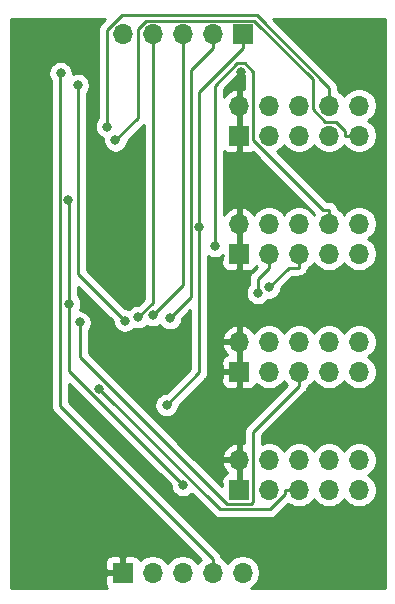
<source format=gbl>
%TF.GenerationSoftware,KiCad,Pcbnew,(5.1.6-0-10_14)*%
%TF.CreationDate,2020-09-10T14:25:20+09:00*%
%TF.ProjectId,qPCR-photo_mux_ADG706BRUZ-ND,71504352-2d70-4686-9f74-6f5f6d75785f,rev?*%
%TF.SameCoordinates,Original*%
%TF.FileFunction,Copper,L2,Bot*%
%TF.FilePolarity,Positive*%
%FSLAX46Y46*%
G04 Gerber Fmt 4.6, Leading zero omitted, Abs format (unit mm)*
G04 Created by KiCad (PCBNEW (5.1.6-0-10_14)) date 2020-09-10 14:25:20*
%MOMM*%
%LPD*%
G01*
G04 APERTURE LIST*
%TA.AperFunction,ComponentPad*%
%ADD10O,1.700000X1.700000*%
%TD*%
%TA.AperFunction,ComponentPad*%
%ADD11R,1.700000X1.700000*%
%TD*%
%TA.AperFunction,ViaPad*%
%ADD12C,0.800000*%
%TD*%
%TA.AperFunction,Conductor*%
%ADD13C,0.250000*%
%TD*%
%TA.AperFunction,Conductor*%
%ADD14C,0.254000*%
%TD*%
G04 APERTURE END LIST*
D10*
%TO.P,J1,5*%
%TO.N,PD_MUX_OUT*%
X103298000Y-110000000D03*
%TO.P,J1,4*%
%TO.N,VCC_LOGIC*%
X100758000Y-110000000D03*
%TO.P,J1,3*%
%TO.N,-10V*%
X98218000Y-110000000D03*
%TO.P,J1,2*%
%TO.N,+10V*%
X95678000Y-110000000D03*
D11*
%TO.P,J1,1*%
%TO.N,GND*%
X93138000Y-110000000D03*
%TD*%
%TO.P,J2,1*%
%TO.N,ADDRESSA3*%
X103298000Y-64440000D03*
D10*
%TO.P,J2,2*%
%TO.N,ADDRESSA2*%
X100758000Y-64440000D03*
%TO.P,J2,3*%
%TO.N,ADDRESSA1*%
X98218000Y-64440000D03*
%TO.P,J2,4*%
%TO.N,ADDRESSA0*%
X95678000Y-64440000D03*
%TO.P,J2,5*%
%TO.N,MUX_SELECT*%
X93138000Y-64440000D03*
%TD*%
%TO.P,N_PD1,10*%
%TO.N,N_PD1_OUT1*%
X113160000Y-70460000D03*
%TO.P,N_PD1,9*%
%TO.N,N_PD1_OUT2*%
X113160000Y-73000000D03*
%TO.P,N_PD1,8*%
%TO.N,N_PD1_OUT3*%
X110620000Y-70460000D03*
%TO.P,N_PD1,7*%
%TO.N,N_PD1_OUT4*%
X110620000Y-73000000D03*
%TO.P,N_PD1,6*%
%TO.N,N_PD1_OUT5*%
X108080000Y-70460000D03*
%TO.P,N_PD1,5*%
%TO.N,N_PD1_OUT6*%
X108080000Y-73000000D03*
%TO.P,N_PD1,4*%
%TO.N,N_PD1_OUT7*%
X105540000Y-70460000D03*
%TO.P,N_PD1,3*%
%TO.N,N_PD1_OUT8*%
X105540000Y-73000000D03*
%TO.P,N_PD1,2*%
%TO.N,GND*%
X103000000Y-70460000D03*
D11*
%TO.P,N_PD1,1*%
X103000000Y-73000000D03*
%TD*%
%TO.P,N_PD2,1*%
%TO.N,GND*%
X103000000Y-83000000D03*
D10*
%TO.P,N_PD2,2*%
X103000000Y-80460000D03*
%TO.P,N_PD2,3*%
%TO.N,N_PD1_OUT16*%
X105540000Y-83000000D03*
%TO.P,N_PD2,4*%
%TO.N,N_PD1_OUT15*%
X105540000Y-80460000D03*
%TO.P,N_PD2,5*%
%TO.N,N_PD1_OUT14*%
X108080000Y-83000000D03*
%TO.P,N_PD2,6*%
%TO.N,N_PD1_OUT13*%
X108080000Y-80460000D03*
%TO.P,N_PD2,7*%
%TO.N,N_PD1_OUT12*%
X110620000Y-83000000D03*
%TO.P,N_PD2,8*%
%TO.N,N_PD1_OUT10*%
X110620000Y-80460000D03*
%TO.P,N_PD2,9*%
%TO.N,N_PD1_OUT11*%
X113160000Y-83000000D03*
%TO.P,N_PD2,10*%
%TO.N,N_PD1_OUT9*%
X113160000Y-80460000D03*
%TD*%
D11*
%TO.P,S_PD1,1*%
%TO.N,GND*%
X103000000Y-93000000D03*
D10*
%TO.P,S_PD1,2*%
X103000000Y-90460000D03*
%TO.P,S_PD1,3*%
%TO.N,S_PD1_OUT8*%
X105540000Y-93000000D03*
%TO.P,S_PD1,4*%
%TO.N,S_PD1_OUT7*%
X105540000Y-90460000D03*
%TO.P,S_PD1,5*%
%TO.N,S_PD1_OUT6*%
X108080000Y-93000000D03*
%TO.P,S_PD1,6*%
%TO.N,S_PD1_OUT5*%
X108080000Y-90460000D03*
%TO.P,S_PD1,7*%
%TO.N,S_PD1_OUT4*%
X110620000Y-93000000D03*
%TO.P,S_PD1,8*%
%TO.N,S_PD1_OUT3*%
X110620000Y-90460000D03*
%TO.P,S_PD1,9*%
%TO.N,S_PD1_OUT2*%
X113160000Y-93000000D03*
%TO.P,S_PD1,10*%
%TO.N,S_PD1_OUT1*%
X113160000Y-90460000D03*
%TD*%
%TO.P,S_PD2,10*%
%TO.N,S_PD1_OUT9*%
X113160000Y-100460000D03*
%TO.P,S_PD2,9*%
%TO.N,S_PD1_OUT11*%
X113160000Y-103000000D03*
%TO.P,S_PD2,8*%
%TO.N,S_PD1_OUT10*%
X110620000Y-100460000D03*
%TO.P,S_PD2,7*%
%TO.N,S_PD1_OUT12*%
X110620000Y-103000000D03*
%TO.P,S_PD2,6*%
%TO.N,S_PD1_OUT13*%
X108080000Y-100460000D03*
%TO.P,S_PD2,5*%
%TO.N,S_PD1_OUT14*%
X108080000Y-103000000D03*
%TO.P,S_PD2,4*%
%TO.N,S_PD1_OUT15*%
X105540000Y-100460000D03*
%TO.P,S_PD2,3*%
%TO.N,S_PD1_OUT16*%
X105540000Y-103000000D03*
%TO.P,S_PD2,2*%
%TO.N,GND*%
X103000000Y-100460000D03*
D11*
%TO.P,S_PD2,1*%
X103000000Y-103000000D03*
%TD*%
D12*
%TO.N,GND*%
X103181400Y-67624900D03*
X103000000Y-96701900D03*
%TO.N,VCC_LOGIC*%
X87891900Y-67719600D03*
%TO.N,ADDRESSA3*%
X96865000Y-95819400D03*
X99636300Y-80775000D03*
%TO.N,ADDRESSA2*%
X97135000Y-88460600D03*
%TO.N,ADDRESSA1*%
X95714600Y-88193700D03*
%TO.N,ADDRESSA0*%
X94454000Y-88364500D03*
%TO.N,/VSS*%
X98245000Y-102576800D03*
X88617200Y-87245000D03*
X88553300Y-78481300D03*
%TO.N,N_PD1_OUT2*%
X92537900Y-73418400D03*
%TO.N,N_PD1_OUT3*%
X91817500Y-72239900D03*
%TO.N,N_PD1_OUT16*%
X104588100Y-86320400D03*
%TO.N,N_PD1_OUT14*%
X105530600Y-85848300D03*
%TO.N,N_PD1_OUT10*%
X100966800Y-82334100D03*
%TO.N,S_PD1_OUT6*%
X89508500Y-88820500D03*
%TO.N,S_PD1_OUT14*%
X91177900Y-94433600D03*
%TO.N,/MUX_SELECT_INV*%
X93327300Y-88670000D03*
X89342500Y-68729900D03*
%TD*%
D13*
%TO.N,GND*%
X103000000Y-96701900D02*
X103000000Y-100460000D01*
X103000000Y-93000000D02*
X103000000Y-96701900D01*
X103000000Y-70460000D02*
X103000000Y-69284700D01*
X103000000Y-69284700D02*
X103181400Y-69103300D01*
X103181400Y-69103300D02*
X103181400Y-67624900D01*
X103000000Y-73000000D02*
X103000000Y-70460000D01*
X103000000Y-90460000D02*
X103000000Y-93000000D01*
X103000000Y-83000000D02*
X103000000Y-90460000D01*
X103000000Y-80460000D02*
X103000000Y-74175300D01*
X103000000Y-83000000D02*
X103000000Y-80460000D01*
X103000000Y-73000000D02*
X103000000Y-74175300D01*
X103000000Y-103000000D02*
X103000000Y-100460000D01*
%TO.N,VCC_LOGIC*%
X87891900Y-67719600D02*
X87828000Y-67783500D01*
X87828000Y-67783500D02*
X87828000Y-95894700D01*
X87828000Y-95894700D02*
X100758000Y-108824700D01*
X100758000Y-110000000D02*
X100758000Y-108824700D01*
%TO.N,ADDRESSA3*%
X96865000Y-95819400D02*
X99636300Y-93048100D01*
X99636300Y-93048100D02*
X99636300Y-80775000D01*
X103298000Y-65615300D02*
X99636300Y-69277000D01*
X99636300Y-69277000D02*
X99636300Y-80775000D01*
X103298000Y-64440000D02*
X103298000Y-65615300D01*
%TO.N,ADDRESSA2*%
X100758000Y-64440000D02*
X100758000Y-65615300D01*
X100758000Y-65615300D02*
X98910900Y-67462400D01*
X98910900Y-67462400D02*
X98910900Y-86684700D01*
X98910900Y-86684700D02*
X97135000Y-88460600D01*
%TO.N,ADDRESSA1*%
X98218000Y-65615300D02*
X98218000Y-85690300D01*
X98218000Y-85690300D02*
X95714600Y-88193700D01*
X98218000Y-64440000D02*
X98218000Y-65615300D01*
%TO.N,ADDRESSA0*%
X95678000Y-64440000D02*
X95678000Y-87140500D01*
X95678000Y-87140500D02*
X94454000Y-88364500D01*
%TO.N,/VSS*%
X88617200Y-87245000D02*
X88617200Y-78545200D01*
X88617200Y-78545200D02*
X88553300Y-78481300D01*
X88617200Y-87245000D02*
X88617200Y-92949000D01*
X88617200Y-92949000D02*
X98245000Y-102576800D01*
%TO.N,N_PD1_OUT2*%
X92537900Y-73418400D02*
X94408000Y-71548300D01*
X94408000Y-71548300D02*
X94408000Y-63968700D01*
X94408000Y-63968700D02*
X95112100Y-63264600D01*
X95112100Y-63264600D02*
X104298700Y-63264600D01*
X104298700Y-63264600D02*
X109264800Y-68230700D01*
X109264800Y-68230700D02*
X109264800Y-70780400D01*
X109264800Y-70780400D02*
X110309100Y-71824700D01*
X110309100Y-71824700D02*
X111176800Y-71824700D01*
X111176800Y-71824700D02*
X111984700Y-72632600D01*
X111984700Y-72632600D02*
X111984700Y-73000000D01*
X113160000Y-73000000D02*
X111984700Y-73000000D01*
%TO.N,N_PD1_OUT3*%
X110620000Y-70460000D02*
X110620000Y-68949000D01*
X110620000Y-68949000D02*
X104480400Y-62809400D01*
X104480400Y-62809400D02*
X93078200Y-62809400D01*
X93078200Y-62809400D02*
X91817500Y-64070100D01*
X91817500Y-64070100D02*
X91817500Y-72239900D01*
%TO.N,N_PD1_OUT16*%
X105540000Y-84175300D02*
X104588100Y-85127200D01*
X104588100Y-85127200D02*
X104588100Y-86320400D01*
X105540000Y-83000000D02*
X105540000Y-84175300D01*
%TO.N,N_PD1_OUT14*%
X108080000Y-84175300D02*
X107203600Y-84175300D01*
X107203600Y-84175300D02*
X105530600Y-85848300D01*
X108080000Y-83000000D02*
X108080000Y-84175300D01*
%TO.N,N_PD1_OUT10*%
X110620000Y-79284700D02*
X110105800Y-79284700D01*
X110105800Y-79284700D02*
X104175400Y-73354300D01*
X104175400Y-73354300D02*
X104175400Y-67593100D01*
X104175400Y-67593100D02*
X103469500Y-66887200D01*
X103469500Y-66887200D02*
X102861300Y-66887200D01*
X102861300Y-66887200D02*
X100966800Y-68781700D01*
X100966800Y-68781700D02*
X100966800Y-82334100D01*
X110620000Y-80460000D02*
X110620000Y-79284700D01*
%TO.N,S_PD1_OUT6*%
X108080000Y-94175300D02*
X104175400Y-98079900D01*
X104175400Y-98079900D02*
X104175400Y-104055400D01*
X104175400Y-104055400D02*
X104052000Y-104178800D01*
X104052000Y-104178800D02*
X101972600Y-104178800D01*
X101972600Y-104178800D02*
X89508500Y-91714700D01*
X89508500Y-91714700D02*
X89508500Y-88820500D01*
X108080000Y-93000000D02*
X108080000Y-94175300D01*
%TO.N,S_PD1_OUT14*%
X106904700Y-103000000D02*
X106904700Y-103367300D01*
X106904700Y-103367300D02*
X105629900Y-104642100D01*
X105629900Y-104642100D02*
X101386400Y-104642100D01*
X101386400Y-104642100D02*
X91177900Y-94433600D01*
X108080000Y-103000000D02*
X106904700Y-103000000D01*
%TO.N,/MUX_SELECT_INV*%
X93327300Y-88670000D02*
X89342500Y-84685200D01*
X89342500Y-84685200D02*
X89342500Y-68729900D01*
%TD*%
D14*
%TO.N,GND*%
G36*
X91306503Y-63506296D02*
G01*
X91277499Y-63530099D01*
X91245246Y-63569400D01*
X91182526Y-63645824D01*
X91135152Y-63734454D01*
X91111954Y-63777854D01*
X91068497Y-63921115D01*
X91057500Y-64032768D01*
X91057500Y-64032778D01*
X91053824Y-64070100D01*
X91057500Y-64107422D01*
X91057501Y-71536188D01*
X91013563Y-71580126D01*
X90900295Y-71749644D01*
X90822274Y-71938002D01*
X90782500Y-72137961D01*
X90782500Y-72341839D01*
X90822274Y-72541798D01*
X90900295Y-72730156D01*
X91013563Y-72899674D01*
X91157726Y-73043837D01*
X91327244Y-73157105D01*
X91515602Y-73235126D01*
X91518946Y-73235791D01*
X91502900Y-73316461D01*
X91502900Y-73520339D01*
X91542674Y-73720298D01*
X91620695Y-73908656D01*
X91733963Y-74078174D01*
X91878126Y-74222337D01*
X92047644Y-74335605D01*
X92236002Y-74413626D01*
X92435961Y-74453400D01*
X92639839Y-74453400D01*
X92839798Y-74413626D01*
X93028156Y-74335605D01*
X93197674Y-74222337D01*
X93341837Y-74078174D01*
X93455105Y-73908656D01*
X93533126Y-73720298D01*
X93572900Y-73520339D01*
X93572900Y-73458201D01*
X94918000Y-72113102D01*
X94918001Y-86825696D01*
X94414198Y-87329500D01*
X94352061Y-87329500D01*
X94152102Y-87369274D01*
X93963744Y-87447295D01*
X93794226Y-87560563D01*
X93665131Y-87689658D01*
X93629198Y-87674774D01*
X93429239Y-87635000D01*
X93367102Y-87635000D01*
X90102500Y-84370399D01*
X90102500Y-69433611D01*
X90146437Y-69389674D01*
X90259705Y-69220156D01*
X90337726Y-69031798D01*
X90377500Y-68831839D01*
X90377500Y-68627961D01*
X90337726Y-68428002D01*
X90259705Y-68239644D01*
X90146437Y-68070126D01*
X90002274Y-67925963D01*
X89832756Y-67812695D01*
X89644398Y-67734674D01*
X89444439Y-67694900D01*
X89240561Y-67694900D01*
X89040602Y-67734674D01*
X88926900Y-67781771D01*
X88926900Y-67617661D01*
X88887126Y-67417702D01*
X88809105Y-67229344D01*
X88695837Y-67059826D01*
X88551674Y-66915663D01*
X88382156Y-66802395D01*
X88193798Y-66724374D01*
X87993839Y-66684600D01*
X87789961Y-66684600D01*
X87590002Y-66724374D01*
X87401644Y-66802395D01*
X87232126Y-66915663D01*
X87087963Y-67059826D01*
X86974695Y-67229344D01*
X86896674Y-67417702D01*
X86856900Y-67617661D01*
X86856900Y-67821539D01*
X86896674Y-68021498D01*
X86974695Y-68209856D01*
X87068000Y-68349497D01*
X87068001Y-95857367D01*
X87064324Y-95894700D01*
X87078998Y-96043685D01*
X87122454Y-96186946D01*
X87193026Y-96318976D01*
X87245733Y-96383199D01*
X87288000Y-96434701D01*
X87316998Y-96458499D01*
X99758196Y-108899697D01*
X99604525Y-109053368D01*
X99488000Y-109227760D01*
X99371475Y-109053368D01*
X99164632Y-108846525D01*
X98921411Y-108684010D01*
X98651158Y-108572068D01*
X98364260Y-108515000D01*
X98071740Y-108515000D01*
X97784842Y-108572068D01*
X97514589Y-108684010D01*
X97271368Y-108846525D01*
X97064525Y-109053368D01*
X96948000Y-109227760D01*
X96831475Y-109053368D01*
X96624632Y-108846525D01*
X96381411Y-108684010D01*
X96111158Y-108572068D01*
X95824260Y-108515000D01*
X95531740Y-108515000D01*
X95244842Y-108572068D01*
X94974589Y-108684010D01*
X94731368Y-108846525D01*
X94599513Y-108978380D01*
X94577502Y-108905820D01*
X94518537Y-108795506D01*
X94439185Y-108698815D01*
X94342494Y-108619463D01*
X94232180Y-108560498D01*
X94112482Y-108524188D01*
X93988000Y-108511928D01*
X93423750Y-108515000D01*
X93265000Y-108673750D01*
X93265000Y-109873000D01*
X93285000Y-109873000D01*
X93285000Y-110127000D01*
X93265000Y-110127000D01*
X93265000Y-110147000D01*
X93011000Y-110147000D01*
X93011000Y-110127000D01*
X91811750Y-110127000D01*
X91653000Y-110285750D01*
X91649928Y-110850000D01*
X91662188Y-110974482D01*
X91698498Y-111094180D01*
X91757463Y-111204494D01*
X91836815Y-111301185D01*
X91853649Y-111315000D01*
X83685000Y-111315000D01*
X83685000Y-109150000D01*
X91649928Y-109150000D01*
X91653000Y-109714250D01*
X91811750Y-109873000D01*
X93011000Y-109873000D01*
X93011000Y-108673750D01*
X92852250Y-108515000D01*
X92288000Y-108511928D01*
X92163518Y-108524188D01*
X92043820Y-108560498D01*
X91933506Y-108619463D01*
X91836815Y-108698815D01*
X91757463Y-108795506D01*
X91698498Y-108905820D01*
X91662188Y-109025518D01*
X91649928Y-109150000D01*
X83685000Y-109150000D01*
X83685000Y-63125000D01*
X91687799Y-63125000D01*
X91306503Y-63506296D01*
G37*
X91306503Y-63506296D02*
X91277499Y-63530099D01*
X91245246Y-63569400D01*
X91182526Y-63645824D01*
X91135152Y-63734454D01*
X91111954Y-63777854D01*
X91068497Y-63921115D01*
X91057500Y-64032768D01*
X91057500Y-64032778D01*
X91053824Y-64070100D01*
X91057500Y-64107422D01*
X91057501Y-71536188D01*
X91013563Y-71580126D01*
X90900295Y-71749644D01*
X90822274Y-71938002D01*
X90782500Y-72137961D01*
X90782500Y-72341839D01*
X90822274Y-72541798D01*
X90900295Y-72730156D01*
X91013563Y-72899674D01*
X91157726Y-73043837D01*
X91327244Y-73157105D01*
X91515602Y-73235126D01*
X91518946Y-73235791D01*
X91502900Y-73316461D01*
X91502900Y-73520339D01*
X91542674Y-73720298D01*
X91620695Y-73908656D01*
X91733963Y-74078174D01*
X91878126Y-74222337D01*
X92047644Y-74335605D01*
X92236002Y-74413626D01*
X92435961Y-74453400D01*
X92639839Y-74453400D01*
X92839798Y-74413626D01*
X93028156Y-74335605D01*
X93197674Y-74222337D01*
X93341837Y-74078174D01*
X93455105Y-73908656D01*
X93533126Y-73720298D01*
X93572900Y-73520339D01*
X93572900Y-73458201D01*
X94918000Y-72113102D01*
X94918001Y-86825696D01*
X94414198Y-87329500D01*
X94352061Y-87329500D01*
X94152102Y-87369274D01*
X93963744Y-87447295D01*
X93794226Y-87560563D01*
X93665131Y-87689658D01*
X93629198Y-87674774D01*
X93429239Y-87635000D01*
X93367102Y-87635000D01*
X90102500Y-84370399D01*
X90102500Y-69433611D01*
X90146437Y-69389674D01*
X90259705Y-69220156D01*
X90337726Y-69031798D01*
X90377500Y-68831839D01*
X90377500Y-68627961D01*
X90337726Y-68428002D01*
X90259705Y-68239644D01*
X90146437Y-68070126D01*
X90002274Y-67925963D01*
X89832756Y-67812695D01*
X89644398Y-67734674D01*
X89444439Y-67694900D01*
X89240561Y-67694900D01*
X89040602Y-67734674D01*
X88926900Y-67781771D01*
X88926900Y-67617661D01*
X88887126Y-67417702D01*
X88809105Y-67229344D01*
X88695837Y-67059826D01*
X88551674Y-66915663D01*
X88382156Y-66802395D01*
X88193798Y-66724374D01*
X87993839Y-66684600D01*
X87789961Y-66684600D01*
X87590002Y-66724374D01*
X87401644Y-66802395D01*
X87232126Y-66915663D01*
X87087963Y-67059826D01*
X86974695Y-67229344D01*
X86896674Y-67417702D01*
X86856900Y-67617661D01*
X86856900Y-67821539D01*
X86896674Y-68021498D01*
X86974695Y-68209856D01*
X87068000Y-68349497D01*
X87068001Y-95857367D01*
X87064324Y-95894700D01*
X87078998Y-96043685D01*
X87122454Y-96186946D01*
X87193026Y-96318976D01*
X87245733Y-96383199D01*
X87288000Y-96434701D01*
X87316998Y-96458499D01*
X99758196Y-108899697D01*
X99604525Y-109053368D01*
X99488000Y-109227760D01*
X99371475Y-109053368D01*
X99164632Y-108846525D01*
X98921411Y-108684010D01*
X98651158Y-108572068D01*
X98364260Y-108515000D01*
X98071740Y-108515000D01*
X97784842Y-108572068D01*
X97514589Y-108684010D01*
X97271368Y-108846525D01*
X97064525Y-109053368D01*
X96948000Y-109227760D01*
X96831475Y-109053368D01*
X96624632Y-108846525D01*
X96381411Y-108684010D01*
X96111158Y-108572068D01*
X95824260Y-108515000D01*
X95531740Y-108515000D01*
X95244842Y-108572068D01*
X94974589Y-108684010D01*
X94731368Y-108846525D01*
X94599513Y-108978380D01*
X94577502Y-108905820D01*
X94518537Y-108795506D01*
X94439185Y-108698815D01*
X94342494Y-108619463D01*
X94232180Y-108560498D01*
X94112482Y-108524188D01*
X93988000Y-108511928D01*
X93423750Y-108515000D01*
X93265000Y-108673750D01*
X93265000Y-109873000D01*
X93285000Y-109873000D01*
X93285000Y-110127000D01*
X93265000Y-110127000D01*
X93265000Y-110147000D01*
X93011000Y-110147000D01*
X93011000Y-110127000D01*
X91811750Y-110127000D01*
X91653000Y-110285750D01*
X91649928Y-110850000D01*
X91662188Y-110974482D01*
X91698498Y-111094180D01*
X91757463Y-111204494D01*
X91836815Y-111301185D01*
X91853649Y-111315000D01*
X83685000Y-111315000D01*
X83685000Y-109150000D01*
X91649928Y-109150000D01*
X91653000Y-109714250D01*
X91811750Y-109873000D01*
X93011000Y-109873000D01*
X93011000Y-108673750D01*
X92852250Y-108515000D01*
X92288000Y-108511928D01*
X92163518Y-108524188D01*
X92043820Y-108560498D01*
X91933506Y-108619463D01*
X91836815Y-108698815D01*
X91757463Y-108795506D01*
X91698498Y-108905820D01*
X91662188Y-109025518D01*
X91649928Y-109150000D01*
X83685000Y-109150000D01*
X83685000Y-63125000D01*
X91687799Y-63125000D01*
X91306503Y-63506296D01*
G36*
X115315001Y-111315000D02*
G01*
X104002893Y-111315000D01*
X104244632Y-111153475D01*
X104451475Y-110946632D01*
X104613990Y-110703411D01*
X104725932Y-110433158D01*
X104783000Y-110146260D01*
X104783000Y-109853740D01*
X104725932Y-109566842D01*
X104613990Y-109296589D01*
X104451475Y-109053368D01*
X104244632Y-108846525D01*
X104001411Y-108684010D01*
X103731158Y-108572068D01*
X103444260Y-108515000D01*
X103151740Y-108515000D01*
X102864842Y-108572068D01*
X102594589Y-108684010D01*
X102351368Y-108846525D01*
X102144525Y-109053368D01*
X102028000Y-109227760D01*
X101911475Y-109053368D01*
X101704632Y-108846525D01*
X101511089Y-108717204D01*
X101507003Y-108675714D01*
X101463546Y-108532453D01*
X101392974Y-108400424D01*
X101298001Y-108284699D01*
X101269003Y-108260901D01*
X88588000Y-95579899D01*
X88588000Y-93994601D01*
X97210000Y-102616602D01*
X97210000Y-102678739D01*
X97249774Y-102878698D01*
X97327795Y-103067056D01*
X97441063Y-103236574D01*
X97585226Y-103380737D01*
X97754744Y-103494005D01*
X97943102Y-103572026D01*
X98143061Y-103611800D01*
X98346939Y-103611800D01*
X98546898Y-103572026D01*
X98735256Y-103494005D01*
X98904774Y-103380737D01*
X98977505Y-103308006D01*
X100822601Y-105153103D01*
X100846399Y-105182101D01*
X100875397Y-105205899D01*
X100962123Y-105277074D01*
X101094153Y-105347646D01*
X101237414Y-105391103D01*
X101349067Y-105402100D01*
X101349076Y-105402100D01*
X101386399Y-105405776D01*
X101423722Y-105402100D01*
X105592578Y-105402100D01*
X105629900Y-105405776D01*
X105667222Y-105402100D01*
X105667233Y-105402100D01*
X105778886Y-105391103D01*
X105922147Y-105347646D01*
X106054176Y-105277074D01*
X106169901Y-105182101D01*
X106193703Y-105153098D01*
X107169311Y-104177491D01*
X107376589Y-104315990D01*
X107646842Y-104427932D01*
X107933740Y-104485000D01*
X108226260Y-104485000D01*
X108513158Y-104427932D01*
X108783411Y-104315990D01*
X109026632Y-104153475D01*
X109233475Y-103946632D01*
X109350000Y-103772240D01*
X109466525Y-103946632D01*
X109673368Y-104153475D01*
X109916589Y-104315990D01*
X110186842Y-104427932D01*
X110473740Y-104485000D01*
X110766260Y-104485000D01*
X111053158Y-104427932D01*
X111323411Y-104315990D01*
X111566632Y-104153475D01*
X111773475Y-103946632D01*
X111890000Y-103772240D01*
X112006525Y-103946632D01*
X112213368Y-104153475D01*
X112456589Y-104315990D01*
X112726842Y-104427932D01*
X113013740Y-104485000D01*
X113306260Y-104485000D01*
X113593158Y-104427932D01*
X113863411Y-104315990D01*
X114106632Y-104153475D01*
X114313475Y-103946632D01*
X114475990Y-103703411D01*
X114587932Y-103433158D01*
X114645000Y-103146260D01*
X114645000Y-102853740D01*
X114587932Y-102566842D01*
X114475990Y-102296589D01*
X114313475Y-102053368D01*
X114106632Y-101846525D01*
X113932240Y-101730000D01*
X114106632Y-101613475D01*
X114313475Y-101406632D01*
X114475990Y-101163411D01*
X114587932Y-100893158D01*
X114645000Y-100606260D01*
X114645000Y-100313740D01*
X114587932Y-100026842D01*
X114475990Y-99756589D01*
X114313475Y-99513368D01*
X114106632Y-99306525D01*
X113863411Y-99144010D01*
X113593158Y-99032068D01*
X113306260Y-98975000D01*
X113013740Y-98975000D01*
X112726842Y-99032068D01*
X112456589Y-99144010D01*
X112213368Y-99306525D01*
X112006525Y-99513368D01*
X111890000Y-99687760D01*
X111773475Y-99513368D01*
X111566632Y-99306525D01*
X111323411Y-99144010D01*
X111053158Y-99032068D01*
X110766260Y-98975000D01*
X110473740Y-98975000D01*
X110186842Y-99032068D01*
X109916589Y-99144010D01*
X109673368Y-99306525D01*
X109466525Y-99513368D01*
X109350000Y-99687760D01*
X109233475Y-99513368D01*
X109026632Y-99306525D01*
X108783411Y-99144010D01*
X108513158Y-99032068D01*
X108226260Y-98975000D01*
X107933740Y-98975000D01*
X107646842Y-99032068D01*
X107376589Y-99144010D01*
X107133368Y-99306525D01*
X106926525Y-99513368D01*
X106810000Y-99687760D01*
X106693475Y-99513368D01*
X106486632Y-99306525D01*
X106243411Y-99144010D01*
X105973158Y-99032068D01*
X105686260Y-98975000D01*
X105393740Y-98975000D01*
X105106842Y-99032068D01*
X104935400Y-99103081D01*
X104935400Y-98394701D01*
X108591003Y-94739099D01*
X108620001Y-94715301D01*
X108714974Y-94599576D01*
X108785546Y-94467547D01*
X108829003Y-94324286D01*
X108833089Y-94282796D01*
X109026632Y-94153475D01*
X109233475Y-93946632D01*
X109350000Y-93772240D01*
X109466525Y-93946632D01*
X109673368Y-94153475D01*
X109916589Y-94315990D01*
X110186842Y-94427932D01*
X110473740Y-94485000D01*
X110766260Y-94485000D01*
X111053158Y-94427932D01*
X111323411Y-94315990D01*
X111566632Y-94153475D01*
X111773475Y-93946632D01*
X111890000Y-93772240D01*
X112006525Y-93946632D01*
X112213368Y-94153475D01*
X112456589Y-94315990D01*
X112726842Y-94427932D01*
X113013740Y-94485000D01*
X113306260Y-94485000D01*
X113593158Y-94427932D01*
X113863411Y-94315990D01*
X114106632Y-94153475D01*
X114313475Y-93946632D01*
X114475990Y-93703411D01*
X114587932Y-93433158D01*
X114645000Y-93146260D01*
X114645000Y-92853740D01*
X114587932Y-92566842D01*
X114475990Y-92296589D01*
X114313475Y-92053368D01*
X114106632Y-91846525D01*
X113932240Y-91730000D01*
X114106632Y-91613475D01*
X114313475Y-91406632D01*
X114475990Y-91163411D01*
X114587932Y-90893158D01*
X114645000Y-90606260D01*
X114645000Y-90313740D01*
X114587932Y-90026842D01*
X114475990Y-89756589D01*
X114313475Y-89513368D01*
X114106632Y-89306525D01*
X113863411Y-89144010D01*
X113593158Y-89032068D01*
X113306260Y-88975000D01*
X113013740Y-88975000D01*
X112726842Y-89032068D01*
X112456589Y-89144010D01*
X112213368Y-89306525D01*
X112006525Y-89513368D01*
X111890000Y-89687760D01*
X111773475Y-89513368D01*
X111566632Y-89306525D01*
X111323411Y-89144010D01*
X111053158Y-89032068D01*
X110766260Y-88975000D01*
X110473740Y-88975000D01*
X110186842Y-89032068D01*
X109916589Y-89144010D01*
X109673368Y-89306525D01*
X109466525Y-89513368D01*
X109350000Y-89687760D01*
X109233475Y-89513368D01*
X109026632Y-89306525D01*
X108783411Y-89144010D01*
X108513158Y-89032068D01*
X108226260Y-88975000D01*
X107933740Y-88975000D01*
X107646842Y-89032068D01*
X107376589Y-89144010D01*
X107133368Y-89306525D01*
X106926525Y-89513368D01*
X106810000Y-89687760D01*
X106693475Y-89513368D01*
X106486632Y-89306525D01*
X106243411Y-89144010D01*
X105973158Y-89032068D01*
X105686260Y-88975000D01*
X105393740Y-88975000D01*
X105106842Y-89032068D01*
X104836589Y-89144010D01*
X104593368Y-89306525D01*
X104386525Y-89513368D01*
X104264805Y-89695534D01*
X104195178Y-89578645D01*
X104000269Y-89362412D01*
X103766920Y-89188359D01*
X103504099Y-89063175D01*
X103356890Y-89018524D01*
X103127000Y-89139845D01*
X103127000Y-90333000D01*
X103147000Y-90333000D01*
X103147000Y-90587000D01*
X103127000Y-90587000D01*
X103127000Y-92873000D01*
X103147000Y-92873000D01*
X103147000Y-93127000D01*
X103127000Y-93127000D01*
X103127000Y-94326250D01*
X103285750Y-94485000D01*
X103850000Y-94488072D01*
X103974482Y-94475812D01*
X104094180Y-94439502D01*
X104204494Y-94380537D01*
X104301185Y-94301185D01*
X104380537Y-94204494D01*
X104439502Y-94094180D01*
X104461513Y-94021620D01*
X104593368Y-94153475D01*
X104836589Y-94315990D01*
X105106842Y-94427932D01*
X105393740Y-94485000D01*
X105686260Y-94485000D01*
X105973158Y-94427932D01*
X106243411Y-94315990D01*
X106486632Y-94153475D01*
X106693475Y-93946632D01*
X106810000Y-93772240D01*
X106926525Y-93946632D01*
X107080196Y-94100303D01*
X103664403Y-97516096D01*
X103635399Y-97539899D01*
X103580271Y-97607074D01*
X103540426Y-97655624D01*
X103469855Y-97787653D01*
X103469854Y-97787654D01*
X103426397Y-97930915D01*
X103415400Y-98042568D01*
X103415400Y-98042578D01*
X103411724Y-98079900D01*
X103415400Y-98117223D01*
X103415400Y-99036271D01*
X103356890Y-99018524D01*
X103127000Y-99139845D01*
X103127000Y-100333000D01*
X103147000Y-100333000D01*
X103147000Y-100587000D01*
X103127000Y-100587000D01*
X103127000Y-102873000D01*
X103147000Y-102873000D01*
X103147000Y-103127000D01*
X103127000Y-103127000D01*
X103127000Y-103147000D01*
X102873000Y-103147000D01*
X102873000Y-103127000D01*
X102853000Y-103127000D01*
X102853000Y-102873000D01*
X102873000Y-102873000D01*
X102873000Y-100587000D01*
X101679186Y-100587000D01*
X101558519Y-100816891D01*
X101655843Y-101091252D01*
X101804822Y-101341355D01*
X101981626Y-101537502D01*
X101905820Y-101560498D01*
X101795506Y-101619463D01*
X101698815Y-101698815D01*
X101619463Y-101795506D01*
X101560498Y-101905820D01*
X101524188Y-102025518D01*
X101511928Y-102150000D01*
X101514629Y-102646027D01*
X98971711Y-100103109D01*
X101558519Y-100103109D01*
X101679186Y-100333000D01*
X102873000Y-100333000D01*
X102873000Y-99139845D01*
X102643110Y-99018524D01*
X102495901Y-99063175D01*
X102233080Y-99188359D01*
X101999731Y-99362412D01*
X101804822Y-99578645D01*
X101655843Y-99828748D01*
X101558519Y-100103109D01*
X98971711Y-100103109D01*
X90268500Y-91399899D01*
X90268500Y-89524211D01*
X90312437Y-89480274D01*
X90425705Y-89310756D01*
X90503726Y-89122398D01*
X90543500Y-88922439D01*
X90543500Y-88718561D01*
X90503726Y-88518602D01*
X90425705Y-88330244D01*
X90312437Y-88160726D01*
X90168274Y-88016563D01*
X89998756Y-87903295D01*
X89810398Y-87825274D01*
X89610439Y-87785500D01*
X89500833Y-87785500D01*
X89534405Y-87735256D01*
X89612426Y-87546898D01*
X89652200Y-87346939D01*
X89652200Y-87143061D01*
X89612426Y-86943102D01*
X89534405Y-86754744D01*
X89421137Y-86585226D01*
X89377200Y-86541289D01*
X89377200Y-85794701D01*
X92292300Y-88709802D01*
X92292300Y-88771939D01*
X92332074Y-88971898D01*
X92410095Y-89160256D01*
X92523363Y-89329774D01*
X92667526Y-89473937D01*
X92837044Y-89587205D01*
X93025402Y-89665226D01*
X93225361Y-89705000D01*
X93429239Y-89705000D01*
X93629198Y-89665226D01*
X93817556Y-89587205D01*
X93987074Y-89473937D01*
X94116169Y-89344842D01*
X94152102Y-89359726D01*
X94352061Y-89399500D01*
X94555939Y-89399500D01*
X94755898Y-89359726D01*
X94944256Y-89281705D01*
X95113774Y-89168437D01*
X95192550Y-89089661D01*
X95224344Y-89110905D01*
X95412702Y-89188926D01*
X95612661Y-89228700D01*
X95816539Y-89228700D01*
X96016498Y-89188926D01*
X96204856Y-89110905D01*
X96287734Y-89055528D01*
X96331063Y-89120374D01*
X96475226Y-89264537D01*
X96644744Y-89377805D01*
X96833102Y-89455826D01*
X97033061Y-89495600D01*
X97236939Y-89495600D01*
X97436898Y-89455826D01*
X97625256Y-89377805D01*
X97794774Y-89264537D01*
X97938937Y-89120374D01*
X98052205Y-88950856D01*
X98130226Y-88762498D01*
X98170000Y-88562539D01*
X98170000Y-88500401D01*
X98876300Y-87794101D01*
X98876300Y-92733298D01*
X96825199Y-94784400D01*
X96763061Y-94784400D01*
X96563102Y-94824174D01*
X96374744Y-94902195D01*
X96205226Y-95015463D01*
X96061063Y-95159626D01*
X95947795Y-95329144D01*
X95869774Y-95517502D01*
X95830000Y-95717461D01*
X95830000Y-95921339D01*
X95869774Y-96121298D01*
X95947795Y-96309656D01*
X96061063Y-96479174D01*
X96205226Y-96623337D01*
X96374744Y-96736605D01*
X96563102Y-96814626D01*
X96763061Y-96854400D01*
X96966939Y-96854400D01*
X97166898Y-96814626D01*
X97355256Y-96736605D01*
X97524774Y-96623337D01*
X97668937Y-96479174D01*
X97782205Y-96309656D01*
X97860226Y-96121298D01*
X97900000Y-95921339D01*
X97900000Y-95859201D01*
X99909201Y-93850000D01*
X101511928Y-93850000D01*
X101524188Y-93974482D01*
X101560498Y-94094180D01*
X101619463Y-94204494D01*
X101698815Y-94301185D01*
X101795506Y-94380537D01*
X101905820Y-94439502D01*
X102025518Y-94475812D01*
X102150000Y-94488072D01*
X102714250Y-94485000D01*
X102873000Y-94326250D01*
X102873000Y-93127000D01*
X101673750Y-93127000D01*
X101515000Y-93285750D01*
X101511928Y-93850000D01*
X99909201Y-93850000D01*
X100147304Y-93611898D01*
X100176301Y-93588101D01*
X100235149Y-93516395D01*
X100271274Y-93472377D01*
X100341846Y-93340347D01*
X100341846Y-93340346D01*
X100385303Y-93197086D01*
X100396300Y-93085433D01*
X100396300Y-93085424D01*
X100399976Y-93048101D01*
X100396300Y-93010778D01*
X100396300Y-92150000D01*
X101511928Y-92150000D01*
X101515000Y-92714250D01*
X101673750Y-92873000D01*
X102873000Y-92873000D01*
X102873000Y-90587000D01*
X101679186Y-90587000D01*
X101558519Y-90816891D01*
X101655843Y-91091252D01*
X101804822Y-91341355D01*
X101981626Y-91537502D01*
X101905820Y-91560498D01*
X101795506Y-91619463D01*
X101698815Y-91698815D01*
X101619463Y-91795506D01*
X101560498Y-91905820D01*
X101524188Y-92025518D01*
X101511928Y-92150000D01*
X100396300Y-92150000D01*
X100396300Y-90103109D01*
X101558519Y-90103109D01*
X101679186Y-90333000D01*
X102873000Y-90333000D01*
X102873000Y-89139845D01*
X102643110Y-89018524D01*
X102495901Y-89063175D01*
X102233080Y-89188359D01*
X101999731Y-89362412D01*
X101804822Y-89578645D01*
X101655843Y-89828748D01*
X101558519Y-90103109D01*
X100396300Y-90103109D01*
X100396300Y-83197688D01*
X100476544Y-83251305D01*
X100664902Y-83329326D01*
X100864861Y-83369100D01*
X101068739Y-83369100D01*
X101268698Y-83329326D01*
X101457056Y-83251305D01*
X101626574Y-83138037D01*
X101637609Y-83127002D01*
X101673748Y-83127002D01*
X101515000Y-83285750D01*
X101511928Y-83850000D01*
X101524188Y-83974482D01*
X101560498Y-84094180D01*
X101619463Y-84204494D01*
X101698815Y-84301185D01*
X101795506Y-84380537D01*
X101905820Y-84439502D01*
X102025518Y-84475812D01*
X102150000Y-84488072D01*
X102714250Y-84485000D01*
X102873000Y-84326250D01*
X102873000Y-83127000D01*
X102853000Y-83127000D01*
X102853000Y-82873000D01*
X102873000Y-82873000D01*
X102873000Y-80587000D01*
X102853000Y-80587000D01*
X102853000Y-80333000D01*
X102873000Y-80333000D01*
X102873000Y-79139845D01*
X102643110Y-79018524D01*
X102495901Y-79063175D01*
X102233080Y-79188359D01*
X101999731Y-79362412D01*
X101804822Y-79578645D01*
X101726800Y-79709627D01*
X101726800Y-74324152D01*
X101795506Y-74380537D01*
X101905820Y-74439502D01*
X102025518Y-74475812D01*
X102150000Y-74488072D01*
X102714250Y-74485000D01*
X102873000Y-74326250D01*
X102873000Y-73127000D01*
X102853000Y-73127000D01*
X102853000Y-72873000D01*
X102873000Y-72873000D01*
X102873000Y-70587000D01*
X102853000Y-70587000D01*
X102853000Y-70333000D01*
X102873000Y-70333000D01*
X102873000Y-69139845D01*
X102643110Y-69018524D01*
X102495901Y-69063175D01*
X102233080Y-69188359D01*
X101999731Y-69362412D01*
X101804822Y-69578645D01*
X101726800Y-69709627D01*
X101726800Y-69096501D01*
X103165400Y-67657902D01*
X103415401Y-67907903D01*
X103415401Y-69036271D01*
X103356890Y-69018524D01*
X103127000Y-69139845D01*
X103127000Y-70333000D01*
X103147000Y-70333000D01*
X103147000Y-70587000D01*
X103127000Y-70587000D01*
X103127000Y-72873000D01*
X103147000Y-72873000D01*
X103147000Y-73127000D01*
X103127000Y-73127000D01*
X103127000Y-74326250D01*
X103285750Y-74485000D01*
X103850000Y-74488072D01*
X103974482Y-74475812D01*
X104094180Y-74439502D01*
X104153887Y-74407588D01*
X109383669Y-79637371D01*
X109350000Y-79687760D01*
X109233475Y-79513368D01*
X109026632Y-79306525D01*
X108783411Y-79144010D01*
X108513158Y-79032068D01*
X108226260Y-78975000D01*
X107933740Y-78975000D01*
X107646842Y-79032068D01*
X107376589Y-79144010D01*
X107133368Y-79306525D01*
X106926525Y-79513368D01*
X106810000Y-79687760D01*
X106693475Y-79513368D01*
X106486632Y-79306525D01*
X106243411Y-79144010D01*
X105973158Y-79032068D01*
X105686260Y-78975000D01*
X105393740Y-78975000D01*
X105106842Y-79032068D01*
X104836589Y-79144010D01*
X104593368Y-79306525D01*
X104386525Y-79513368D01*
X104264805Y-79695534D01*
X104195178Y-79578645D01*
X104000269Y-79362412D01*
X103766920Y-79188359D01*
X103504099Y-79063175D01*
X103356890Y-79018524D01*
X103127000Y-79139845D01*
X103127000Y-80333000D01*
X103147000Y-80333000D01*
X103147000Y-80587000D01*
X103127000Y-80587000D01*
X103127000Y-82873000D01*
X103147000Y-82873000D01*
X103147000Y-83127000D01*
X103127000Y-83127000D01*
X103127000Y-84326250D01*
X103285750Y-84485000D01*
X103850000Y-84488072D01*
X103974482Y-84475812D01*
X104094180Y-84439502D01*
X104204494Y-84380537D01*
X104301185Y-84301185D01*
X104380537Y-84204494D01*
X104439502Y-84094180D01*
X104461513Y-84021620D01*
X104540196Y-84100303D01*
X104077102Y-84563396D01*
X104048099Y-84587199D01*
X103992971Y-84654374D01*
X103953126Y-84702924D01*
X103942645Y-84722533D01*
X103882554Y-84834954D01*
X103839097Y-84978215D01*
X103828100Y-85089868D01*
X103828100Y-85089878D01*
X103824424Y-85127200D01*
X103828100Y-85164523D01*
X103828100Y-85616689D01*
X103784163Y-85660626D01*
X103670895Y-85830144D01*
X103592874Y-86018502D01*
X103553100Y-86218461D01*
X103553100Y-86422339D01*
X103592874Y-86622298D01*
X103670895Y-86810656D01*
X103784163Y-86980174D01*
X103928326Y-87124337D01*
X104097844Y-87237605D01*
X104286202Y-87315626D01*
X104486161Y-87355400D01*
X104690039Y-87355400D01*
X104889998Y-87315626D01*
X105078356Y-87237605D01*
X105247874Y-87124337D01*
X105392037Y-86980174D01*
X105456766Y-86883300D01*
X105632539Y-86883300D01*
X105832498Y-86843526D01*
X106020856Y-86765505D01*
X106190374Y-86652237D01*
X106334537Y-86508074D01*
X106447805Y-86338556D01*
X106525826Y-86150198D01*
X106565600Y-85950239D01*
X106565600Y-85888101D01*
X107518402Y-84935300D01*
X108042667Y-84935300D01*
X108080000Y-84938977D01*
X108160027Y-84931095D01*
X108228986Y-84924303D01*
X108372247Y-84880846D01*
X108504276Y-84810274D01*
X108620001Y-84715301D01*
X108714974Y-84599576D01*
X108785546Y-84467547D01*
X108829003Y-84324286D01*
X108833089Y-84282796D01*
X109026632Y-84153475D01*
X109233475Y-83946632D01*
X109350000Y-83772240D01*
X109466525Y-83946632D01*
X109673368Y-84153475D01*
X109916589Y-84315990D01*
X110186842Y-84427932D01*
X110473740Y-84485000D01*
X110766260Y-84485000D01*
X111053158Y-84427932D01*
X111323411Y-84315990D01*
X111566632Y-84153475D01*
X111773475Y-83946632D01*
X111890000Y-83772240D01*
X112006525Y-83946632D01*
X112213368Y-84153475D01*
X112456589Y-84315990D01*
X112726842Y-84427932D01*
X113013740Y-84485000D01*
X113306260Y-84485000D01*
X113593158Y-84427932D01*
X113863411Y-84315990D01*
X114106632Y-84153475D01*
X114313475Y-83946632D01*
X114475990Y-83703411D01*
X114587932Y-83433158D01*
X114645000Y-83146260D01*
X114645000Y-82853740D01*
X114587932Y-82566842D01*
X114475990Y-82296589D01*
X114313475Y-82053368D01*
X114106632Y-81846525D01*
X113932240Y-81730000D01*
X114106632Y-81613475D01*
X114313475Y-81406632D01*
X114475990Y-81163411D01*
X114587932Y-80893158D01*
X114645000Y-80606260D01*
X114645000Y-80313740D01*
X114587932Y-80026842D01*
X114475990Y-79756589D01*
X114313475Y-79513368D01*
X114106632Y-79306525D01*
X113863411Y-79144010D01*
X113593158Y-79032068D01*
X113306260Y-78975000D01*
X113013740Y-78975000D01*
X112726842Y-79032068D01*
X112456589Y-79144010D01*
X112213368Y-79306525D01*
X112006525Y-79513368D01*
X111890000Y-79687760D01*
X111773475Y-79513368D01*
X111566632Y-79306525D01*
X111373089Y-79177204D01*
X111369003Y-79135714D01*
X111325546Y-78992453D01*
X111254974Y-78860424D01*
X111160001Y-78744699D01*
X111044276Y-78649726D01*
X110912247Y-78579154D01*
X110768986Y-78535697D01*
X110657333Y-78524700D01*
X110620000Y-78521023D01*
X110582667Y-78524700D01*
X110420602Y-78524700D01*
X106221123Y-74325222D01*
X106243411Y-74315990D01*
X106486632Y-74153475D01*
X106693475Y-73946632D01*
X106810000Y-73772240D01*
X106926525Y-73946632D01*
X107133368Y-74153475D01*
X107376589Y-74315990D01*
X107646842Y-74427932D01*
X107933740Y-74485000D01*
X108226260Y-74485000D01*
X108513158Y-74427932D01*
X108783411Y-74315990D01*
X109026632Y-74153475D01*
X109233475Y-73946632D01*
X109350000Y-73772240D01*
X109466525Y-73946632D01*
X109673368Y-74153475D01*
X109916589Y-74315990D01*
X110186842Y-74427932D01*
X110473740Y-74485000D01*
X110766260Y-74485000D01*
X111053158Y-74427932D01*
X111323411Y-74315990D01*
X111566632Y-74153475D01*
X111773475Y-73946632D01*
X111890000Y-73772240D01*
X112006525Y-73946632D01*
X112213368Y-74153475D01*
X112456589Y-74315990D01*
X112726842Y-74427932D01*
X113013740Y-74485000D01*
X113306260Y-74485000D01*
X113593158Y-74427932D01*
X113863411Y-74315990D01*
X114106632Y-74153475D01*
X114313475Y-73946632D01*
X114475990Y-73703411D01*
X114587932Y-73433158D01*
X114645000Y-73146260D01*
X114645000Y-72853740D01*
X114587932Y-72566842D01*
X114475990Y-72296589D01*
X114313475Y-72053368D01*
X114106632Y-71846525D01*
X113932240Y-71730000D01*
X114106632Y-71613475D01*
X114313475Y-71406632D01*
X114475990Y-71163411D01*
X114587932Y-70893158D01*
X114645000Y-70606260D01*
X114645000Y-70313740D01*
X114587932Y-70026842D01*
X114475990Y-69756589D01*
X114313475Y-69513368D01*
X114106632Y-69306525D01*
X113863411Y-69144010D01*
X113593158Y-69032068D01*
X113306260Y-68975000D01*
X113013740Y-68975000D01*
X112726842Y-69032068D01*
X112456589Y-69144010D01*
X112213368Y-69306525D01*
X112006525Y-69513368D01*
X111890000Y-69687760D01*
X111773475Y-69513368D01*
X111566632Y-69306525D01*
X111380000Y-69181822D01*
X111380000Y-68986333D01*
X111383677Y-68949000D01*
X111369003Y-68800014D01*
X111325546Y-68656753D01*
X111254974Y-68524724D01*
X111183799Y-68437997D01*
X111160001Y-68408999D01*
X111131003Y-68385201D01*
X105870801Y-63125000D01*
X115315000Y-63125000D01*
X115315001Y-111315000D01*
G37*
X115315001Y-111315000D02*
X104002893Y-111315000D01*
X104244632Y-111153475D01*
X104451475Y-110946632D01*
X104613990Y-110703411D01*
X104725932Y-110433158D01*
X104783000Y-110146260D01*
X104783000Y-109853740D01*
X104725932Y-109566842D01*
X104613990Y-109296589D01*
X104451475Y-109053368D01*
X104244632Y-108846525D01*
X104001411Y-108684010D01*
X103731158Y-108572068D01*
X103444260Y-108515000D01*
X103151740Y-108515000D01*
X102864842Y-108572068D01*
X102594589Y-108684010D01*
X102351368Y-108846525D01*
X102144525Y-109053368D01*
X102028000Y-109227760D01*
X101911475Y-109053368D01*
X101704632Y-108846525D01*
X101511089Y-108717204D01*
X101507003Y-108675714D01*
X101463546Y-108532453D01*
X101392974Y-108400424D01*
X101298001Y-108284699D01*
X101269003Y-108260901D01*
X88588000Y-95579899D01*
X88588000Y-93994601D01*
X97210000Y-102616602D01*
X97210000Y-102678739D01*
X97249774Y-102878698D01*
X97327795Y-103067056D01*
X97441063Y-103236574D01*
X97585226Y-103380737D01*
X97754744Y-103494005D01*
X97943102Y-103572026D01*
X98143061Y-103611800D01*
X98346939Y-103611800D01*
X98546898Y-103572026D01*
X98735256Y-103494005D01*
X98904774Y-103380737D01*
X98977505Y-103308006D01*
X100822601Y-105153103D01*
X100846399Y-105182101D01*
X100875397Y-105205899D01*
X100962123Y-105277074D01*
X101094153Y-105347646D01*
X101237414Y-105391103D01*
X101349067Y-105402100D01*
X101349076Y-105402100D01*
X101386399Y-105405776D01*
X101423722Y-105402100D01*
X105592578Y-105402100D01*
X105629900Y-105405776D01*
X105667222Y-105402100D01*
X105667233Y-105402100D01*
X105778886Y-105391103D01*
X105922147Y-105347646D01*
X106054176Y-105277074D01*
X106169901Y-105182101D01*
X106193703Y-105153098D01*
X107169311Y-104177491D01*
X107376589Y-104315990D01*
X107646842Y-104427932D01*
X107933740Y-104485000D01*
X108226260Y-104485000D01*
X108513158Y-104427932D01*
X108783411Y-104315990D01*
X109026632Y-104153475D01*
X109233475Y-103946632D01*
X109350000Y-103772240D01*
X109466525Y-103946632D01*
X109673368Y-104153475D01*
X109916589Y-104315990D01*
X110186842Y-104427932D01*
X110473740Y-104485000D01*
X110766260Y-104485000D01*
X111053158Y-104427932D01*
X111323411Y-104315990D01*
X111566632Y-104153475D01*
X111773475Y-103946632D01*
X111890000Y-103772240D01*
X112006525Y-103946632D01*
X112213368Y-104153475D01*
X112456589Y-104315990D01*
X112726842Y-104427932D01*
X113013740Y-104485000D01*
X113306260Y-104485000D01*
X113593158Y-104427932D01*
X113863411Y-104315990D01*
X114106632Y-104153475D01*
X114313475Y-103946632D01*
X114475990Y-103703411D01*
X114587932Y-103433158D01*
X114645000Y-103146260D01*
X114645000Y-102853740D01*
X114587932Y-102566842D01*
X114475990Y-102296589D01*
X114313475Y-102053368D01*
X114106632Y-101846525D01*
X113932240Y-101730000D01*
X114106632Y-101613475D01*
X114313475Y-101406632D01*
X114475990Y-101163411D01*
X114587932Y-100893158D01*
X114645000Y-100606260D01*
X114645000Y-100313740D01*
X114587932Y-100026842D01*
X114475990Y-99756589D01*
X114313475Y-99513368D01*
X114106632Y-99306525D01*
X113863411Y-99144010D01*
X113593158Y-99032068D01*
X113306260Y-98975000D01*
X113013740Y-98975000D01*
X112726842Y-99032068D01*
X112456589Y-99144010D01*
X112213368Y-99306525D01*
X112006525Y-99513368D01*
X111890000Y-99687760D01*
X111773475Y-99513368D01*
X111566632Y-99306525D01*
X111323411Y-99144010D01*
X111053158Y-99032068D01*
X110766260Y-98975000D01*
X110473740Y-98975000D01*
X110186842Y-99032068D01*
X109916589Y-99144010D01*
X109673368Y-99306525D01*
X109466525Y-99513368D01*
X109350000Y-99687760D01*
X109233475Y-99513368D01*
X109026632Y-99306525D01*
X108783411Y-99144010D01*
X108513158Y-99032068D01*
X108226260Y-98975000D01*
X107933740Y-98975000D01*
X107646842Y-99032068D01*
X107376589Y-99144010D01*
X107133368Y-99306525D01*
X106926525Y-99513368D01*
X106810000Y-99687760D01*
X106693475Y-99513368D01*
X106486632Y-99306525D01*
X106243411Y-99144010D01*
X105973158Y-99032068D01*
X105686260Y-98975000D01*
X105393740Y-98975000D01*
X105106842Y-99032068D01*
X104935400Y-99103081D01*
X104935400Y-98394701D01*
X108591003Y-94739099D01*
X108620001Y-94715301D01*
X108714974Y-94599576D01*
X108785546Y-94467547D01*
X108829003Y-94324286D01*
X108833089Y-94282796D01*
X109026632Y-94153475D01*
X109233475Y-93946632D01*
X109350000Y-93772240D01*
X109466525Y-93946632D01*
X109673368Y-94153475D01*
X109916589Y-94315990D01*
X110186842Y-94427932D01*
X110473740Y-94485000D01*
X110766260Y-94485000D01*
X111053158Y-94427932D01*
X111323411Y-94315990D01*
X111566632Y-94153475D01*
X111773475Y-93946632D01*
X111890000Y-93772240D01*
X112006525Y-93946632D01*
X112213368Y-94153475D01*
X112456589Y-94315990D01*
X112726842Y-94427932D01*
X113013740Y-94485000D01*
X113306260Y-94485000D01*
X113593158Y-94427932D01*
X113863411Y-94315990D01*
X114106632Y-94153475D01*
X114313475Y-93946632D01*
X114475990Y-93703411D01*
X114587932Y-93433158D01*
X114645000Y-93146260D01*
X114645000Y-92853740D01*
X114587932Y-92566842D01*
X114475990Y-92296589D01*
X114313475Y-92053368D01*
X114106632Y-91846525D01*
X113932240Y-91730000D01*
X114106632Y-91613475D01*
X114313475Y-91406632D01*
X114475990Y-91163411D01*
X114587932Y-90893158D01*
X114645000Y-90606260D01*
X114645000Y-90313740D01*
X114587932Y-90026842D01*
X114475990Y-89756589D01*
X114313475Y-89513368D01*
X114106632Y-89306525D01*
X113863411Y-89144010D01*
X113593158Y-89032068D01*
X113306260Y-88975000D01*
X113013740Y-88975000D01*
X112726842Y-89032068D01*
X112456589Y-89144010D01*
X112213368Y-89306525D01*
X112006525Y-89513368D01*
X111890000Y-89687760D01*
X111773475Y-89513368D01*
X111566632Y-89306525D01*
X111323411Y-89144010D01*
X111053158Y-89032068D01*
X110766260Y-88975000D01*
X110473740Y-88975000D01*
X110186842Y-89032068D01*
X109916589Y-89144010D01*
X109673368Y-89306525D01*
X109466525Y-89513368D01*
X109350000Y-89687760D01*
X109233475Y-89513368D01*
X109026632Y-89306525D01*
X108783411Y-89144010D01*
X108513158Y-89032068D01*
X108226260Y-88975000D01*
X107933740Y-88975000D01*
X107646842Y-89032068D01*
X107376589Y-89144010D01*
X107133368Y-89306525D01*
X106926525Y-89513368D01*
X106810000Y-89687760D01*
X106693475Y-89513368D01*
X106486632Y-89306525D01*
X106243411Y-89144010D01*
X105973158Y-89032068D01*
X105686260Y-88975000D01*
X105393740Y-88975000D01*
X105106842Y-89032068D01*
X104836589Y-89144010D01*
X104593368Y-89306525D01*
X104386525Y-89513368D01*
X104264805Y-89695534D01*
X104195178Y-89578645D01*
X104000269Y-89362412D01*
X103766920Y-89188359D01*
X103504099Y-89063175D01*
X103356890Y-89018524D01*
X103127000Y-89139845D01*
X103127000Y-90333000D01*
X103147000Y-90333000D01*
X103147000Y-90587000D01*
X103127000Y-90587000D01*
X103127000Y-92873000D01*
X103147000Y-92873000D01*
X103147000Y-93127000D01*
X103127000Y-93127000D01*
X103127000Y-94326250D01*
X103285750Y-94485000D01*
X103850000Y-94488072D01*
X103974482Y-94475812D01*
X104094180Y-94439502D01*
X104204494Y-94380537D01*
X104301185Y-94301185D01*
X104380537Y-94204494D01*
X104439502Y-94094180D01*
X104461513Y-94021620D01*
X104593368Y-94153475D01*
X104836589Y-94315990D01*
X105106842Y-94427932D01*
X105393740Y-94485000D01*
X105686260Y-94485000D01*
X105973158Y-94427932D01*
X106243411Y-94315990D01*
X106486632Y-94153475D01*
X106693475Y-93946632D01*
X106810000Y-93772240D01*
X106926525Y-93946632D01*
X107080196Y-94100303D01*
X103664403Y-97516096D01*
X103635399Y-97539899D01*
X103580271Y-97607074D01*
X103540426Y-97655624D01*
X103469855Y-97787653D01*
X103469854Y-97787654D01*
X103426397Y-97930915D01*
X103415400Y-98042568D01*
X103415400Y-98042578D01*
X103411724Y-98079900D01*
X103415400Y-98117223D01*
X103415400Y-99036271D01*
X103356890Y-99018524D01*
X103127000Y-99139845D01*
X103127000Y-100333000D01*
X103147000Y-100333000D01*
X103147000Y-100587000D01*
X103127000Y-100587000D01*
X103127000Y-102873000D01*
X103147000Y-102873000D01*
X103147000Y-103127000D01*
X103127000Y-103127000D01*
X103127000Y-103147000D01*
X102873000Y-103147000D01*
X102873000Y-103127000D01*
X102853000Y-103127000D01*
X102853000Y-102873000D01*
X102873000Y-102873000D01*
X102873000Y-100587000D01*
X101679186Y-100587000D01*
X101558519Y-100816891D01*
X101655843Y-101091252D01*
X101804822Y-101341355D01*
X101981626Y-101537502D01*
X101905820Y-101560498D01*
X101795506Y-101619463D01*
X101698815Y-101698815D01*
X101619463Y-101795506D01*
X101560498Y-101905820D01*
X101524188Y-102025518D01*
X101511928Y-102150000D01*
X101514629Y-102646027D01*
X98971711Y-100103109D01*
X101558519Y-100103109D01*
X101679186Y-100333000D01*
X102873000Y-100333000D01*
X102873000Y-99139845D01*
X102643110Y-99018524D01*
X102495901Y-99063175D01*
X102233080Y-99188359D01*
X101999731Y-99362412D01*
X101804822Y-99578645D01*
X101655843Y-99828748D01*
X101558519Y-100103109D01*
X98971711Y-100103109D01*
X90268500Y-91399899D01*
X90268500Y-89524211D01*
X90312437Y-89480274D01*
X90425705Y-89310756D01*
X90503726Y-89122398D01*
X90543500Y-88922439D01*
X90543500Y-88718561D01*
X90503726Y-88518602D01*
X90425705Y-88330244D01*
X90312437Y-88160726D01*
X90168274Y-88016563D01*
X89998756Y-87903295D01*
X89810398Y-87825274D01*
X89610439Y-87785500D01*
X89500833Y-87785500D01*
X89534405Y-87735256D01*
X89612426Y-87546898D01*
X89652200Y-87346939D01*
X89652200Y-87143061D01*
X89612426Y-86943102D01*
X89534405Y-86754744D01*
X89421137Y-86585226D01*
X89377200Y-86541289D01*
X89377200Y-85794701D01*
X92292300Y-88709802D01*
X92292300Y-88771939D01*
X92332074Y-88971898D01*
X92410095Y-89160256D01*
X92523363Y-89329774D01*
X92667526Y-89473937D01*
X92837044Y-89587205D01*
X93025402Y-89665226D01*
X93225361Y-89705000D01*
X93429239Y-89705000D01*
X93629198Y-89665226D01*
X93817556Y-89587205D01*
X93987074Y-89473937D01*
X94116169Y-89344842D01*
X94152102Y-89359726D01*
X94352061Y-89399500D01*
X94555939Y-89399500D01*
X94755898Y-89359726D01*
X94944256Y-89281705D01*
X95113774Y-89168437D01*
X95192550Y-89089661D01*
X95224344Y-89110905D01*
X95412702Y-89188926D01*
X95612661Y-89228700D01*
X95816539Y-89228700D01*
X96016498Y-89188926D01*
X96204856Y-89110905D01*
X96287734Y-89055528D01*
X96331063Y-89120374D01*
X96475226Y-89264537D01*
X96644744Y-89377805D01*
X96833102Y-89455826D01*
X97033061Y-89495600D01*
X97236939Y-89495600D01*
X97436898Y-89455826D01*
X97625256Y-89377805D01*
X97794774Y-89264537D01*
X97938937Y-89120374D01*
X98052205Y-88950856D01*
X98130226Y-88762498D01*
X98170000Y-88562539D01*
X98170000Y-88500401D01*
X98876300Y-87794101D01*
X98876300Y-92733298D01*
X96825199Y-94784400D01*
X96763061Y-94784400D01*
X96563102Y-94824174D01*
X96374744Y-94902195D01*
X96205226Y-95015463D01*
X96061063Y-95159626D01*
X95947795Y-95329144D01*
X95869774Y-95517502D01*
X95830000Y-95717461D01*
X95830000Y-95921339D01*
X95869774Y-96121298D01*
X95947795Y-96309656D01*
X96061063Y-96479174D01*
X96205226Y-96623337D01*
X96374744Y-96736605D01*
X96563102Y-96814626D01*
X96763061Y-96854400D01*
X96966939Y-96854400D01*
X97166898Y-96814626D01*
X97355256Y-96736605D01*
X97524774Y-96623337D01*
X97668937Y-96479174D01*
X97782205Y-96309656D01*
X97860226Y-96121298D01*
X97900000Y-95921339D01*
X97900000Y-95859201D01*
X99909201Y-93850000D01*
X101511928Y-93850000D01*
X101524188Y-93974482D01*
X101560498Y-94094180D01*
X101619463Y-94204494D01*
X101698815Y-94301185D01*
X101795506Y-94380537D01*
X101905820Y-94439502D01*
X102025518Y-94475812D01*
X102150000Y-94488072D01*
X102714250Y-94485000D01*
X102873000Y-94326250D01*
X102873000Y-93127000D01*
X101673750Y-93127000D01*
X101515000Y-93285750D01*
X101511928Y-93850000D01*
X99909201Y-93850000D01*
X100147304Y-93611898D01*
X100176301Y-93588101D01*
X100235149Y-93516395D01*
X100271274Y-93472377D01*
X100341846Y-93340347D01*
X100341846Y-93340346D01*
X100385303Y-93197086D01*
X100396300Y-93085433D01*
X100396300Y-93085424D01*
X100399976Y-93048101D01*
X100396300Y-93010778D01*
X100396300Y-92150000D01*
X101511928Y-92150000D01*
X101515000Y-92714250D01*
X101673750Y-92873000D01*
X102873000Y-92873000D01*
X102873000Y-90587000D01*
X101679186Y-90587000D01*
X101558519Y-90816891D01*
X101655843Y-91091252D01*
X101804822Y-91341355D01*
X101981626Y-91537502D01*
X101905820Y-91560498D01*
X101795506Y-91619463D01*
X101698815Y-91698815D01*
X101619463Y-91795506D01*
X101560498Y-91905820D01*
X101524188Y-92025518D01*
X101511928Y-92150000D01*
X100396300Y-92150000D01*
X100396300Y-90103109D01*
X101558519Y-90103109D01*
X101679186Y-90333000D01*
X102873000Y-90333000D01*
X102873000Y-89139845D01*
X102643110Y-89018524D01*
X102495901Y-89063175D01*
X102233080Y-89188359D01*
X101999731Y-89362412D01*
X101804822Y-89578645D01*
X101655843Y-89828748D01*
X101558519Y-90103109D01*
X100396300Y-90103109D01*
X100396300Y-83197688D01*
X100476544Y-83251305D01*
X100664902Y-83329326D01*
X100864861Y-83369100D01*
X101068739Y-83369100D01*
X101268698Y-83329326D01*
X101457056Y-83251305D01*
X101626574Y-83138037D01*
X101637609Y-83127002D01*
X101673748Y-83127002D01*
X101515000Y-83285750D01*
X101511928Y-83850000D01*
X101524188Y-83974482D01*
X101560498Y-84094180D01*
X101619463Y-84204494D01*
X101698815Y-84301185D01*
X101795506Y-84380537D01*
X101905820Y-84439502D01*
X102025518Y-84475812D01*
X102150000Y-84488072D01*
X102714250Y-84485000D01*
X102873000Y-84326250D01*
X102873000Y-83127000D01*
X102853000Y-83127000D01*
X102853000Y-82873000D01*
X102873000Y-82873000D01*
X102873000Y-80587000D01*
X102853000Y-80587000D01*
X102853000Y-80333000D01*
X102873000Y-80333000D01*
X102873000Y-79139845D01*
X102643110Y-79018524D01*
X102495901Y-79063175D01*
X102233080Y-79188359D01*
X101999731Y-79362412D01*
X101804822Y-79578645D01*
X101726800Y-79709627D01*
X101726800Y-74324152D01*
X101795506Y-74380537D01*
X101905820Y-74439502D01*
X102025518Y-74475812D01*
X102150000Y-74488072D01*
X102714250Y-74485000D01*
X102873000Y-74326250D01*
X102873000Y-73127000D01*
X102853000Y-73127000D01*
X102853000Y-72873000D01*
X102873000Y-72873000D01*
X102873000Y-70587000D01*
X102853000Y-70587000D01*
X102853000Y-70333000D01*
X102873000Y-70333000D01*
X102873000Y-69139845D01*
X102643110Y-69018524D01*
X102495901Y-69063175D01*
X102233080Y-69188359D01*
X101999731Y-69362412D01*
X101804822Y-69578645D01*
X101726800Y-69709627D01*
X101726800Y-69096501D01*
X103165400Y-67657902D01*
X103415401Y-67907903D01*
X103415401Y-69036271D01*
X103356890Y-69018524D01*
X103127000Y-69139845D01*
X103127000Y-70333000D01*
X103147000Y-70333000D01*
X103147000Y-70587000D01*
X103127000Y-70587000D01*
X103127000Y-72873000D01*
X103147000Y-72873000D01*
X103147000Y-73127000D01*
X103127000Y-73127000D01*
X103127000Y-74326250D01*
X103285750Y-74485000D01*
X103850000Y-74488072D01*
X103974482Y-74475812D01*
X104094180Y-74439502D01*
X104153887Y-74407588D01*
X109383669Y-79637371D01*
X109350000Y-79687760D01*
X109233475Y-79513368D01*
X109026632Y-79306525D01*
X108783411Y-79144010D01*
X108513158Y-79032068D01*
X108226260Y-78975000D01*
X107933740Y-78975000D01*
X107646842Y-79032068D01*
X107376589Y-79144010D01*
X107133368Y-79306525D01*
X106926525Y-79513368D01*
X106810000Y-79687760D01*
X106693475Y-79513368D01*
X106486632Y-79306525D01*
X106243411Y-79144010D01*
X105973158Y-79032068D01*
X105686260Y-78975000D01*
X105393740Y-78975000D01*
X105106842Y-79032068D01*
X104836589Y-79144010D01*
X104593368Y-79306525D01*
X104386525Y-79513368D01*
X104264805Y-79695534D01*
X104195178Y-79578645D01*
X104000269Y-79362412D01*
X103766920Y-79188359D01*
X103504099Y-79063175D01*
X103356890Y-79018524D01*
X103127000Y-79139845D01*
X103127000Y-80333000D01*
X103147000Y-80333000D01*
X103147000Y-80587000D01*
X103127000Y-80587000D01*
X103127000Y-82873000D01*
X103147000Y-82873000D01*
X103147000Y-83127000D01*
X103127000Y-83127000D01*
X103127000Y-84326250D01*
X103285750Y-84485000D01*
X103850000Y-84488072D01*
X103974482Y-84475812D01*
X104094180Y-84439502D01*
X104204494Y-84380537D01*
X104301185Y-84301185D01*
X104380537Y-84204494D01*
X104439502Y-84094180D01*
X104461513Y-84021620D01*
X104540196Y-84100303D01*
X104077102Y-84563396D01*
X104048099Y-84587199D01*
X103992971Y-84654374D01*
X103953126Y-84702924D01*
X103942645Y-84722533D01*
X103882554Y-84834954D01*
X103839097Y-84978215D01*
X103828100Y-85089868D01*
X103828100Y-85089878D01*
X103824424Y-85127200D01*
X103828100Y-85164523D01*
X103828100Y-85616689D01*
X103784163Y-85660626D01*
X103670895Y-85830144D01*
X103592874Y-86018502D01*
X103553100Y-86218461D01*
X103553100Y-86422339D01*
X103592874Y-86622298D01*
X103670895Y-86810656D01*
X103784163Y-86980174D01*
X103928326Y-87124337D01*
X104097844Y-87237605D01*
X104286202Y-87315626D01*
X104486161Y-87355400D01*
X104690039Y-87355400D01*
X104889998Y-87315626D01*
X105078356Y-87237605D01*
X105247874Y-87124337D01*
X105392037Y-86980174D01*
X105456766Y-86883300D01*
X105632539Y-86883300D01*
X105832498Y-86843526D01*
X106020856Y-86765505D01*
X106190374Y-86652237D01*
X106334537Y-86508074D01*
X106447805Y-86338556D01*
X106525826Y-86150198D01*
X106565600Y-85950239D01*
X106565600Y-85888101D01*
X107518402Y-84935300D01*
X108042667Y-84935300D01*
X108080000Y-84938977D01*
X108160027Y-84931095D01*
X108228986Y-84924303D01*
X108372247Y-84880846D01*
X108504276Y-84810274D01*
X108620001Y-84715301D01*
X108714974Y-84599576D01*
X108785546Y-84467547D01*
X108829003Y-84324286D01*
X108833089Y-84282796D01*
X109026632Y-84153475D01*
X109233475Y-83946632D01*
X109350000Y-83772240D01*
X109466525Y-83946632D01*
X109673368Y-84153475D01*
X109916589Y-84315990D01*
X110186842Y-84427932D01*
X110473740Y-84485000D01*
X110766260Y-84485000D01*
X111053158Y-84427932D01*
X111323411Y-84315990D01*
X111566632Y-84153475D01*
X111773475Y-83946632D01*
X111890000Y-83772240D01*
X112006525Y-83946632D01*
X112213368Y-84153475D01*
X112456589Y-84315990D01*
X112726842Y-84427932D01*
X113013740Y-84485000D01*
X113306260Y-84485000D01*
X113593158Y-84427932D01*
X113863411Y-84315990D01*
X114106632Y-84153475D01*
X114313475Y-83946632D01*
X114475990Y-83703411D01*
X114587932Y-83433158D01*
X114645000Y-83146260D01*
X114645000Y-82853740D01*
X114587932Y-82566842D01*
X114475990Y-82296589D01*
X114313475Y-82053368D01*
X114106632Y-81846525D01*
X113932240Y-81730000D01*
X114106632Y-81613475D01*
X114313475Y-81406632D01*
X114475990Y-81163411D01*
X114587932Y-80893158D01*
X114645000Y-80606260D01*
X114645000Y-80313740D01*
X114587932Y-80026842D01*
X114475990Y-79756589D01*
X114313475Y-79513368D01*
X114106632Y-79306525D01*
X113863411Y-79144010D01*
X113593158Y-79032068D01*
X113306260Y-78975000D01*
X113013740Y-78975000D01*
X112726842Y-79032068D01*
X112456589Y-79144010D01*
X112213368Y-79306525D01*
X112006525Y-79513368D01*
X111890000Y-79687760D01*
X111773475Y-79513368D01*
X111566632Y-79306525D01*
X111373089Y-79177204D01*
X111369003Y-79135714D01*
X111325546Y-78992453D01*
X111254974Y-78860424D01*
X111160001Y-78744699D01*
X111044276Y-78649726D01*
X110912247Y-78579154D01*
X110768986Y-78535697D01*
X110657333Y-78524700D01*
X110620000Y-78521023D01*
X110582667Y-78524700D01*
X110420602Y-78524700D01*
X106221123Y-74325222D01*
X106243411Y-74315990D01*
X106486632Y-74153475D01*
X106693475Y-73946632D01*
X106810000Y-73772240D01*
X106926525Y-73946632D01*
X107133368Y-74153475D01*
X107376589Y-74315990D01*
X107646842Y-74427932D01*
X107933740Y-74485000D01*
X108226260Y-74485000D01*
X108513158Y-74427932D01*
X108783411Y-74315990D01*
X109026632Y-74153475D01*
X109233475Y-73946632D01*
X109350000Y-73772240D01*
X109466525Y-73946632D01*
X109673368Y-74153475D01*
X109916589Y-74315990D01*
X110186842Y-74427932D01*
X110473740Y-74485000D01*
X110766260Y-74485000D01*
X111053158Y-74427932D01*
X111323411Y-74315990D01*
X111566632Y-74153475D01*
X111773475Y-73946632D01*
X111890000Y-73772240D01*
X112006525Y-73946632D01*
X112213368Y-74153475D01*
X112456589Y-74315990D01*
X112726842Y-74427932D01*
X113013740Y-74485000D01*
X113306260Y-74485000D01*
X113593158Y-74427932D01*
X113863411Y-74315990D01*
X114106632Y-74153475D01*
X114313475Y-73946632D01*
X114475990Y-73703411D01*
X114587932Y-73433158D01*
X114645000Y-73146260D01*
X114645000Y-72853740D01*
X114587932Y-72566842D01*
X114475990Y-72296589D01*
X114313475Y-72053368D01*
X114106632Y-71846525D01*
X113932240Y-71730000D01*
X114106632Y-71613475D01*
X114313475Y-71406632D01*
X114475990Y-71163411D01*
X114587932Y-70893158D01*
X114645000Y-70606260D01*
X114645000Y-70313740D01*
X114587932Y-70026842D01*
X114475990Y-69756589D01*
X114313475Y-69513368D01*
X114106632Y-69306525D01*
X113863411Y-69144010D01*
X113593158Y-69032068D01*
X113306260Y-68975000D01*
X113013740Y-68975000D01*
X112726842Y-69032068D01*
X112456589Y-69144010D01*
X112213368Y-69306525D01*
X112006525Y-69513368D01*
X111890000Y-69687760D01*
X111773475Y-69513368D01*
X111566632Y-69306525D01*
X111380000Y-69181822D01*
X111380000Y-68986333D01*
X111383677Y-68949000D01*
X111369003Y-68800014D01*
X111325546Y-68656753D01*
X111254974Y-68524724D01*
X111183799Y-68437997D01*
X111160001Y-68408999D01*
X111131003Y-68385201D01*
X105870801Y-63125000D01*
X115315000Y-63125000D01*
X115315001Y-111315000D01*
%TD*%
M02*

</source>
